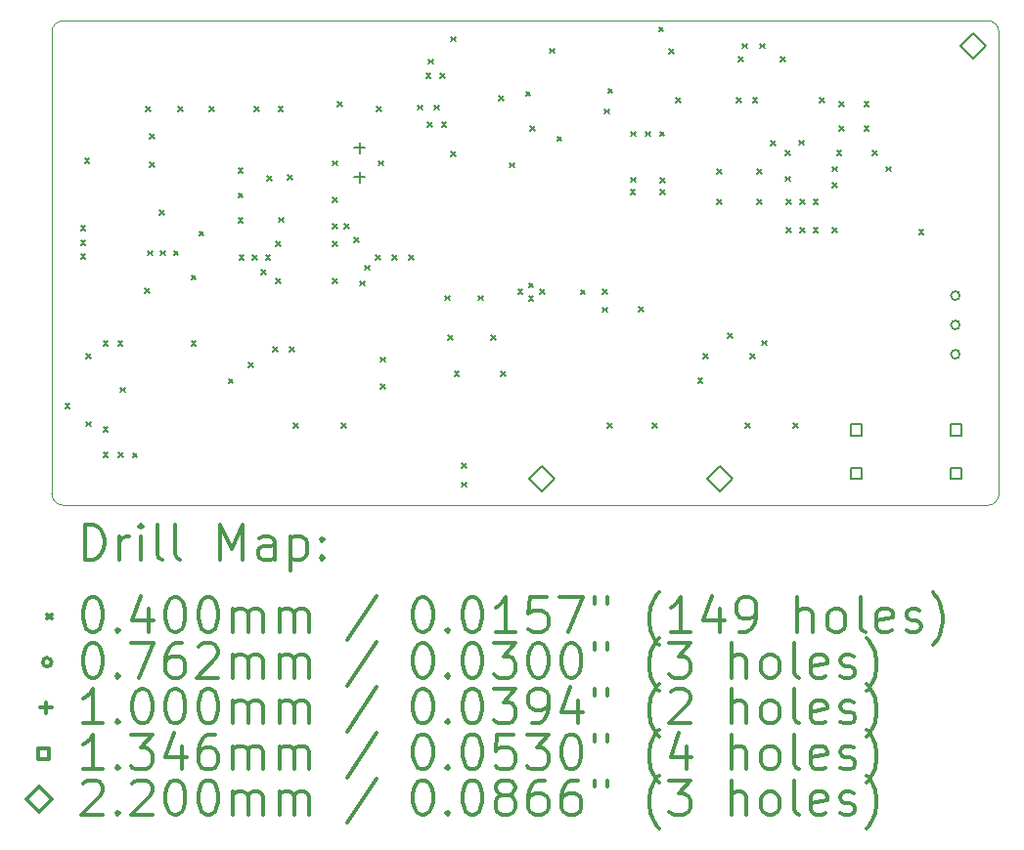
<source format=gbr>
%FSLAX45Y45*%
G04 Gerber Fmt 4.5, Leading zero omitted, Abs format (unit mm)*
G04 Created by KiCad (PCBNEW 5.1.10-88a1d61d58~90~ubuntu20.04.1) date 2021-08-07 17:50:32*
%MOMM*%
%LPD*%
G01*
G04 APERTURE LIST*
%TA.AperFunction,Profile*%
%ADD10C,0.050000*%
%TD*%
%ADD11C,0.200000*%
%ADD12C,0.300000*%
G04 APERTURE END LIST*
D10*
X17200000Y-12100000D02*
G75*
G02*
X17100000Y-12200000I-100000J0D01*
G01*
X9100000Y-12200000D02*
G75*
G02*
X9000000Y-12100000I0J100000D01*
G01*
X9000000Y-8100000D02*
X9000000Y-12100000D01*
X17200000Y-8100000D02*
X17200000Y-12100000D01*
X9000000Y-8100000D02*
G75*
G02*
X9100000Y-8000000I100000J0D01*
G01*
X9100000Y-8000000D02*
X17100000Y-8000000D01*
X17100000Y-8000000D02*
G75*
G02*
X17200000Y-8100000I0J-100000D01*
G01*
X17100000Y-12200000D02*
X9100000Y-12200000D01*
D11*
X9115000Y-11320000D02*
X9155000Y-11360000D01*
X9155000Y-11320000D02*
X9115000Y-11360000D01*
X9250492Y-9780844D02*
X9290492Y-9820844D01*
X9290492Y-9780844D02*
X9250492Y-9820844D01*
X9250492Y-9902891D02*
X9290492Y-9942891D01*
X9290492Y-9902891D02*
X9250492Y-9942891D01*
X9250492Y-10024938D02*
X9290492Y-10064938D01*
X9290492Y-10024938D02*
X9250492Y-10064938D01*
X9285000Y-9195000D02*
X9325000Y-9235000D01*
X9325000Y-9195000D02*
X9285000Y-9235000D01*
X9300000Y-10885000D02*
X9340000Y-10925000D01*
X9340000Y-10885000D02*
X9300000Y-10925000D01*
X9300000Y-11475000D02*
X9340000Y-11515000D01*
X9340000Y-11475000D02*
X9300000Y-11515000D01*
X9445000Y-10775000D02*
X9485000Y-10815000D01*
X9485000Y-10775000D02*
X9445000Y-10815000D01*
X9445500Y-11524500D02*
X9485500Y-11564500D01*
X9485500Y-11524500D02*
X9445500Y-11564500D01*
X9445500Y-11744500D02*
X9485500Y-11784500D01*
X9485500Y-11744500D02*
X9445500Y-11784500D01*
X9573580Y-10775000D02*
X9613580Y-10815000D01*
X9613580Y-10775000D02*
X9573580Y-10815000D01*
X9575000Y-11745000D02*
X9615000Y-11785000D01*
X9615000Y-11745000D02*
X9575000Y-11785000D01*
X9593138Y-11179622D02*
X9633138Y-11219622D01*
X9633138Y-11179622D02*
X9593138Y-11219622D01*
X9699500Y-11745500D02*
X9739500Y-11785500D01*
X9739500Y-11745500D02*
X9699500Y-11785500D01*
X9805000Y-10320000D02*
X9845000Y-10360000D01*
X9845000Y-10320000D02*
X9805000Y-10360000D01*
X9814396Y-8744500D02*
X9854396Y-8784500D01*
X9854396Y-8744500D02*
X9814396Y-8784500D01*
X9828850Y-9993950D02*
X9868850Y-10033950D01*
X9868850Y-9993950D02*
X9828850Y-10033950D01*
X9845000Y-8985000D02*
X9885000Y-9025000D01*
X9885000Y-8985000D02*
X9845000Y-9025000D01*
X9845000Y-9230000D02*
X9885000Y-9270000D01*
X9885000Y-9230000D02*
X9845000Y-9270000D01*
X9930000Y-9640000D02*
X9970000Y-9680000D01*
X9970000Y-9640000D02*
X9930000Y-9680000D01*
X9942134Y-9993950D02*
X9982134Y-10033950D01*
X9982134Y-9993950D02*
X9942134Y-10033950D01*
X10055418Y-9993950D02*
X10095418Y-10033950D01*
X10095418Y-9993950D02*
X10055418Y-10033950D01*
X10090500Y-8744500D02*
X10130500Y-8784500D01*
X10130500Y-8744500D02*
X10090500Y-8784500D01*
X10207310Y-10776778D02*
X10247310Y-10816778D01*
X10247310Y-10776778D02*
X10207310Y-10816778D01*
X10207564Y-10205278D02*
X10247564Y-10245278D01*
X10247564Y-10205278D02*
X10207564Y-10245278D01*
X10275000Y-9825000D02*
X10315000Y-9865000D01*
X10315000Y-9825000D02*
X10275000Y-9865000D01*
X10365068Y-8744500D02*
X10405068Y-8784500D01*
X10405068Y-8744500D02*
X10365068Y-8784500D01*
X10530000Y-11102914D02*
X10570000Y-11142914D01*
X10570000Y-11102914D02*
X10530000Y-11142914D01*
X10615000Y-9278432D02*
X10655000Y-9318432D01*
X10655000Y-9278432D02*
X10615000Y-9318432D01*
X10615000Y-9495000D02*
X10655000Y-9535000D01*
X10655000Y-9495000D02*
X10615000Y-9535000D01*
X10615000Y-9711568D02*
X10655000Y-9751568D01*
X10655000Y-9711568D02*
X10615000Y-9751568D01*
X10622854Y-10029510D02*
X10662854Y-10069510D01*
X10662854Y-10029510D02*
X10622854Y-10069510D01*
X10702356Y-10960166D02*
X10742356Y-11000166D01*
X10742356Y-10960166D02*
X10702356Y-11000166D01*
X10737535Y-10030265D02*
X10777535Y-10070265D01*
X10777535Y-10030265D02*
X10737535Y-10070265D01*
X10755500Y-8744500D02*
X10795500Y-8784500D01*
X10795500Y-8744500D02*
X10755500Y-8784500D01*
X10813100Y-10160320D02*
X10853100Y-10200320D01*
X10853100Y-10160320D02*
X10813100Y-10200320D01*
X10852216Y-10031034D02*
X10892216Y-10071034D01*
X10892216Y-10031034D02*
X10852216Y-10071034D01*
X10865000Y-9345000D02*
X10905000Y-9385000D01*
X10905000Y-9345000D02*
X10865000Y-9385000D01*
X10914954Y-10830372D02*
X10954954Y-10870372D01*
X10954954Y-10830372D02*
X10914954Y-10870372D01*
X10940608Y-9910384D02*
X10980608Y-9950384D01*
X10980608Y-9910384D02*
X10940608Y-9950384D01*
X10940608Y-10235504D02*
X10980608Y-10275504D01*
X10980608Y-10235504D02*
X10940608Y-10275504D01*
X10960500Y-8744500D02*
X11000500Y-8784500D01*
X11000500Y-8744500D02*
X10960500Y-8784500D01*
X10965000Y-9705000D02*
X11005000Y-9745000D01*
X11005000Y-9705000D02*
X10965000Y-9745000D01*
X11040000Y-9340000D02*
X11080000Y-9380000D01*
X11080000Y-9340000D02*
X11040000Y-9380000D01*
X11060750Y-10830372D02*
X11100750Y-10870372D01*
X11100750Y-10830372D02*
X11060750Y-10870372D01*
X11095000Y-11490000D02*
X11135000Y-11530000D01*
X11135000Y-11490000D02*
X11095000Y-11530000D01*
X11430000Y-9535000D02*
X11470000Y-9575000D01*
X11470000Y-9535000D02*
X11430000Y-9575000D01*
X11430000Y-9760000D02*
X11470000Y-9800000D01*
X11470000Y-9760000D02*
X11430000Y-9800000D01*
X11430320Y-9215440D02*
X11470320Y-9255440D01*
X11470320Y-9215440D02*
X11430320Y-9255440D01*
X11430320Y-9911400D02*
X11470320Y-9951400D01*
X11470320Y-9911400D02*
X11430320Y-9951400D01*
X11430320Y-10236520D02*
X11470320Y-10276520D01*
X11470320Y-10236520D02*
X11430320Y-10276520D01*
X11472738Y-8700328D02*
X11512738Y-8740328D01*
X11512738Y-8700328D02*
X11472738Y-8740328D01*
X11508552Y-11489248D02*
X11548552Y-11529248D01*
X11548552Y-11489248D02*
X11508552Y-11529248D01*
X11535000Y-9762270D02*
X11575000Y-9802270D01*
X11575000Y-9762270D02*
X11535000Y-9802270D01*
X11614470Y-9880920D02*
X11654470Y-9920920D01*
X11654470Y-9880920D02*
X11614470Y-9920920D01*
X11671366Y-10257348D02*
X11711366Y-10297348D01*
X11711366Y-10257348D02*
X11671366Y-10297348D01*
X11707942Y-10120188D02*
X11747942Y-10160188D01*
X11747942Y-10120188D02*
X11707942Y-10160188D01*
X11803446Y-10031288D02*
X11843446Y-10071288D01*
X11843446Y-10031288D02*
X11803446Y-10071288D01*
X11811914Y-8744864D02*
X11851914Y-8784864D01*
X11851914Y-8744864D02*
X11811914Y-8784864D01*
X11827200Y-9214800D02*
X11867200Y-9254800D01*
X11867200Y-9214800D02*
X11827200Y-9254800D01*
X11844086Y-11150158D02*
X11884086Y-11190158D01*
X11884086Y-11150158D02*
X11844086Y-11190158D01*
X11844594Y-10916732D02*
X11884594Y-10956732D01*
X11884594Y-10916732D02*
X11844594Y-10956732D01*
X11948988Y-10031288D02*
X11988988Y-10071288D01*
X11988988Y-10031288D02*
X11948988Y-10071288D01*
X12094530Y-10031288D02*
X12134530Y-10071288D01*
X12134530Y-10031288D02*
X12094530Y-10071288D01*
X12166920Y-8732840D02*
X12206920Y-8772840D01*
X12206920Y-8732840D02*
X12166920Y-8772840D01*
X12240580Y-8458520D02*
X12280580Y-8498520D01*
X12280580Y-8458520D02*
X12240580Y-8498520D01*
X12254296Y-8878636D02*
X12294296Y-8918636D01*
X12294296Y-8878636D02*
X12254296Y-8918636D01*
X12260000Y-8335000D02*
X12300000Y-8375000D01*
X12300000Y-8335000D02*
X12260000Y-8375000D01*
X12314240Y-8732840D02*
X12354240Y-8772840D01*
X12354240Y-8732840D02*
X12314240Y-8772840D01*
X12365040Y-8458520D02*
X12405040Y-8498520D01*
X12405040Y-8458520D02*
X12365040Y-8498520D01*
X12375708Y-8879144D02*
X12415708Y-8919144D01*
X12415708Y-8879144D02*
X12375708Y-8919144D01*
X12407500Y-10382500D02*
X12447500Y-10422500D01*
X12447500Y-10382500D02*
X12407500Y-10422500D01*
X12432138Y-10727016D02*
X12472138Y-10767016D01*
X12472138Y-10727016D02*
X12432138Y-10767016D01*
X12452670Y-9134414D02*
X12492670Y-9174414D01*
X12492670Y-9134414D02*
X12452670Y-9174414D01*
X12455000Y-8140000D02*
X12495000Y-8180000D01*
X12495000Y-8140000D02*
X12455000Y-8180000D01*
X12486316Y-11039922D02*
X12526316Y-11079922D01*
X12526316Y-11039922D02*
X12486316Y-11079922D01*
X12547412Y-11835704D02*
X12587412Y-11875704D01*
X12587412Y-11835704D02*
X12547412Y-11875704D01*
X12547412Y-12000804D02*
X12587412Y-12040804D01*
X12587412Y-12000804D02*
X12547412Y-12040804D01*
X12690000Y-10382500D02*
X12730000Y-10422500D01*
X12730000Y-10382500D02*
X12690000Y-10422500D01*
X12804638Y-10727016D02*
X12844638Y-10767016D01*
X12844638Y-10727016D02*
X12804638Y-10767016D01*
X12867960Y-8651560D02*
X12907960Y-8691560D01*
X12907960Y-8651560D02*
X12867960Y-8691560D01*
X12886502Y-11039922D02*
X12926502Y-11079922D01*
X12926502Y-11039922D02*
X12886502Y-11079922D01*
X12964988Y-9230934D02*
X13004988Y-9270934D01*
X13004988Y-9230934D02*
X12964988Y-9270934D01*
X13035000Y-10330000D02*
X13075000Y-10370000D01*
X13075000Y-10330000D02*
X13035000Y-10370000D01*
X13103164Y-8614222D02*
X13143164Y-8654222D01*
X13143164Y-8614222D02*
X13103164Y-8654222D01*
X13130000Y-10272500D02*
X13170000Y-10312500D01*
X13170000Y-10272500D02*
X13130000Y-10312500D01*
X13130000Y-10387500D02*
X13170000Y-10427500D01*
X13170000Y-10387500D02*
X13130000Y-10427500D01*
X13140000Y-8915000D02*
X13180000Y-8955000D01*
X13180000Y-8915000D02*
X13140000Y-8955000D01*
X13225000Y-10330000D02*
X13265000Y-10370000D01*
X13265000Y-10330000D02*
X13225000Y-10370000D01*
X13309920Y-8240080D02*
X13349920Y-8280080D01*
X13349920Y-8240080D02*
X13309920Y-8280080D01*
X13375000Y-9004310D02*
X13415000Y-9044310D01*
X13415000Y-9004310D02*
X13375000Y-9044310D01*
X13577890Y-10331516D02*
X13617890Y-10371516D01*
X13617890Y-10331516D02*
X13577890Y-10371516D01*
X13766358Y-10325674D02*
X13806358Y-10365674D01*
X13806358Y-10325674D02*
X13766358Y-10365674D01*
X13766866Y-10485334D02*
X13806866Y-10525334D01*
X13806866Y-10485334D02*
X13766866Y-10525334D01*
X13782204Y-8765000D02*
X13822204Y-8805000D01*
X13822204Y-8765000D02*
X13782204Y-8805000D01*
X13812078Y-11489756D02*
X13852078Y-11529756D01*
X13852078Y-11489756D02*
X13812078Y-11529756D01*
X13813856Y-8589330D02*
X13853856Y-8629330D01*
X13853856Y-8589330D02*
X13813856Y-8629330D01*
X14009944Y-9467154D02*
X14049944Y-9507154D01*
X14049944Y-9467154D02*
X14009944Y-9507154D01*
X14010706Y-8961440D02*
X14050706Y-9001440D01*
X14050706Y-8961440D02*
X14010706Y-9001440D01*
X14011214Y-9359458D02*
X14051214Y-9399458D01*
X14051214Y-9359458D02*
X14011214Y-9399458D01*
X14080000Y-10480000D02*
X14120000Y-10520000D01*
X14120000Y-10480000D02*
X14080000Y-10520000D01*
X14137579Y-8961694D02*
X14177579Y-9001694D01*
X14177579Y-8961694D02*
X14137579Y-9001694D01*
X14201968Y-11489756D02*
X14241968Y-11529756D01*
X14241968Y-11489756D02*
X14201968Y-11529756D01*
X14254800Y-8055422D02*
X14294800Y-8095422D01*
X14294800Y-8055422D02*
X14254800Y-8095422D01*
X14264452Y-8961186D02*
X14304452Y-9001186D01*
X14304452Y-8961186D02*
X14264452Y-9001186D01*
X14265214Y-9360220D02*
X14305214Y-9400220D01*
X14305214Y-9360220D02*
X14265214Y-9400220D01*
X14265214Y-9467154D02*
X14305214Y-9507154D01*
X14305214Y-9467154D02*
X14265214Y-9507154D01*
X14341414Y-8243382D02*
X14381414Y-8283382D01*
X14381414Y-8243382D02*
X14341414Y-8283382D01*
X14400088Y-8667562D02*
X14440088Y-8707562D01*
X14440088Y-8667562D02*
X14400088Y-8707562D01*
X14592874Y-11099612D02*
X14632874Y-11139612D01*
X14632874Y-11099612D02*
X14592874Y-11139612D01*
X14639610Y-10885236D02*
X14679610Y-10925236D01*
X14679610Y-10885236D02*
X14639610Y-10925236D01*
X14756450Y-9287830D02*
X14796450Y-9327830D01*
X14796450Y-9287830D02*
X14756450Y-9327830D01*
X14756450Y-9550720D02*
X14796450Y-9590720D01*
X14796450Y-9550720D02*
X14756450Y-9590720D01*
X14854494Y-10710992D02*
X14894494Y-10750992D01*
X14894494Y-10710992D02*
X14854494Y-10750992D01*
X14930948Y-8667562D02*
X14970948Y-8707562D01*
X14970948Y-8667562D02*
X14930948Y-8707562D01*
X14945426Y-8310692D02*
X14985426Y-8350692D01*
X14985426Y-8310692D02*
X14945426Y-8350692D01*
X14978954Y-8198468D02*
X15018954Y-8238468D01*
X15018954Y-8198468D02*
X14978954Y-8238468D01*
X15001814Y-11490264D02*
X15041814Y-11530264D01*
X15041814Y-11490264D02*
X15001814Y-11530264D01*
X15045248Y-10884982D02*
X15085248Y-10924982D01*
X15085248Y-10884982D02*
X15045248Y-10924982D01*
X15068362Y-8667562D02*
X15108362Y-8707562D01*
X15108362Y-8667562D02*
X15068362Y-8707562D01*
X15108240Y-9287830D02*
X15148240Y-9327830D01*
X15148240Y-9287830D02*
X15108240Y-9327830D01*
X15108240Y-9550720D02*
X15148240Y-9590720D01*
X15148240Y-9550720D02*
X15108240Y-9590720D01*
X15134103Y-8198468D02*
X15174103Y-8238468D01*
X15174103Y-8198468D02*
X15134103Y-8238468D01*
X15147972Y-10773538D02*
X15187972Y-10813538D01*
X15187972Y-10773538D02*
X15147972Y-10813538D01*
X15147972Y-10773538D02*
X15187972Y-10813538D01*
X15187972Y-10773538D02*
X15147972Y-10813538D01*
X15224318Y-9038352D02*
X15264318Y-9078352D01*
X15264318Y-9038352D02*
X15224318Y-9078352D01*
X15311948Y-8310692D02*
X15351948Y-8350692D01*
X15351948Y-8310692D02*
X15311948Y-8350692D01*
X15349794Y-9123492D02*
X15389794Y-9163492D01*
X15389794Y-9123492D02*
X15349794Y-9163492D01*
X15349794Y-9350568D02*
X15389794Y-9390568D01*
X15389794Y-9350568D02*
X15349794Y-9390568D01*
X15360716Y-9550720D02*
X15400716Y-9590720D01*
X15400716Y-9550720D02*
X15360716Y-9590720D01*
X15361478Y-9793544D02*
X15401478Y-9833544D01*
X15401478Y-9793544D02*
X15361478Y-9833544D01*
X15416596Y-11490264D02*
X15456596Y-11530264D01*
X15456596Y-11490264D02*
X15416596Y-11530264D01*
X15470952Y-9037590D02*
X15510952Y-9077590D01*
X15510952Y-9037590D02*
X15470952Y-9077590D01*
X15476794Y-9550720D02*
X15516794Y-9590720D01*
X15516794Y-9550720D02*
X15476794Y-9590720D01*
X15476794Y-9793544D02*
X15516794Y-9833544D01*
X15516794Y-9793544D02*
X15476794Y-9833544D01*
X15592872Y-9550720D02*
X15632872Y-9590720D01*
X15632872Y-9550720D02*
X15592872Y-9590720D01*
X15592872Y-9793544D02*
X15632872Y-9833544D01*
X15632872Y-9793544D02*
X15592872Y-9833544D01*
X15648498Y-8667562D02*
X15688498Y-8707562D01*
X15688498Y-8667562D02*
X15648498Y-8707562D01*
X15757718Y-9266240D02*
X15797718Y-9306240D01*
X15797718Y-9266240D02*
X15757718Y-9306240D01*
X15757718Y-9404924D02*
X15797718Y-9444924D01*
X15797718Y-9404924D02*
X15757718Y-9444924D01*
X15757972Y-9793544D02*
X15797972Y-9833544D01*
X15797972Y-9793544D02*
X15757972Y-9833544D01*
X15795818Y-9123492D02*
X15835818Y-9163492D01*
X15835818Y-9123492D02*
X15795818Y-9163492D01*
X15816138Y-8915380D02*
X15856138Y-8955380D01*
X15856138Y-8915380D02*
X15816138Y-8955380D01*
X15816392Y-8705154D02*
X15856392Y-8745154D01*
X15856392Y-8705154D02*
X15816392Y-8745154D01*
X16033816Y-8705154D02*
X16073816Y-8745154D01*
X16073816Y-8705154D02*
X16033816Y-8745154D01*
X16033816Y-8915380D02*
X16073816Y-8955380D01*
X16073816Y-8915380D02*
X16033816Y-8955380D01*
X16103158Y-9123492D02*
X16143158Y-9163492D01*
X16143158Y-9123492D02*
X16103158Y-9163492D01*
X16223300Y-9266240D02*
X16263300Y-9306240D01*
X16263300Y-9266240D02*
X16223300Y-9306240D01*
X16507426Y-9811170D02*
X16547426Y-9851170D01*
X16547426Y-9811170D02*
X16507426Y-9851170D01*
X16859758Y-10382758D02*
G75*
G03*
X16859758Y-10382758I-38100J0D01*
G01*
X16859758Y-10636758D02*
G75*
G03*
X16859758Y-10636758I-38100J0D01*
G01*
X16859758Y-10890758D02*
G75*
G03*
X16859758Y-10890758I-38100J0D01*
G01*
X11663680Y-9053360D02*
X11663680Y-9153360D01*
X11613680Y-9103360D02*
X11713680Y-9103360D01*
X11663680Y-9307360D02*
X11663680Y-9407360D01*
X11613680Y-9357360D02*
X11713680Y-9357360D01*
X16013589Y-11593761D02*
X16013589Y-11498583D01*
X15918411Y-11498583D01*
X15918411Y-11593761D01*
X16013589Y-11593761D01*
X16013589Y-11973761D02*
X16013589Y-11878583D01*
X15918411Y-11878583D01*
X15918411Y-11973761D01*
X16013589Y-11973761D01*
X16877589Y-11593761D02*
X16877589Y-11498583D01*
X16782411Y-11498583D01*
X16782411Y-11593761D01*
X16877589Y-11593761D01*
X16877589Y-11973761D02*
X16877589Y-11878583D01*
X16782411Y-11878583D01*
X16782411Y-11973761D01*
X16877589Y-11973761D01*
X13242290Y-12075940D02*
X13352290Y-11965940D01*
X13242290Y-11855940D01*
X13132290Y-11965940D01*
X13242290Y-12075940D01*
X14780260Y-12075940D02*
X14890260Y-11965940D01*
X14780260Y-11855940D01*
X14670260Y-11965940D01*
X14780260Y-12075940D01*
X16976598Y-8327916D02*
X17086598Y-8217916D01*
X16976598Y-8107916D01*
X16866598Y-8217916D01*
X16976598Y-8327916D01*
D12*
X9283928Y-12668214D02*
X9283928Y-12368214D01*
X9355357Y-12368214D01*
X9398214Y-12382500D01*
X9426786Y-12411071D01*
X9441071Y-12439643D01*
X9455357Y-12496786D01*
X9455357Y-12539643D01*
X9441071Y-12596786D01*
X9426786Y-12625357D01*
X9398214Y-12653929D01*
X9355357Y-12668214D01*
X9283928Y-12668214D01*
X9583928Y-12668214D02*
X9583928Y-12468214D01*
X9583928Y-12525357D02*
X9598214Y-12496786D01*
X9612500Y-12482500D01*
X9641071Y-12468214D01*
X9669643Y-12468214D01*
X9769643Y-12668214D02*
X9769643Y-12468214D01*
X9769643Y-12368214D02*
X9755357Y-12382500D01*
X9769643Y-12396786D01*
X9783928Y-12382500D01*
X9769643Y-12368214D01*
X9769643Y-12396786D01*
X9955357Y-12668214D02*
X9926786Y-12653929D01*
X9912500Y-12625357D01*
X9912500Y-12368214D01*
X10112500Y-12668214D02*
X10083928Y-12653929D01*
X10069643Y-12625357D01*
X10069643Y-12368214D01*
X10455357Y-12668214D02*
X10455357Y-12368214D01*
X10555357Y-12582500D01*
X10655357Y-12368214D01*
X10655357Y-12668214D01*
X10926786Y-12668214D02*
X10926786Y-12511071D01*
X10912500Y-12482500D01*
X10883928Y-12468214D01*
X10826786Y-12468214D01*
X10798214Y-12482500D01*
X10926786Y-12653929D02*
X10898214Y-12668214D01*
X10826786Y-12668214D01*
X10798214Y-12653929D01*
X10783928Y-12625357D01*
X10783928Y-12596786D01*
X10798214Y-12568214D01*
X10826786Y-12553929D01*
X10898214Y-12553929D01*
X10926786Y-12539643D01*
X11069643Y-12468214D02*
X11069643Y-12768214D01*
X11069643Y-12482500D02*
X11098214Y-12468214D01*
X11155357Y-12468214D01*
X11183928Y-12482500D01*
X11198214Y-12496786D01*
X11212500Y-12525357D01*
X11212500Y-12611071D01*
X11198214Y-12639643D01*
X11183928Y-12653929D01*
X11155357Y-12668214D01*
X11098214Y-12668214D01*
X11069643Y-12653929D01*
X11341071Y-12639643D02*
X11355357Y-12653929D01*
X11341071Y-12668214D01*
X11326786Y-12653929D01*
X11341071Y-12639643D01*
X11341071Y-12668214D01*
X11341071Y-12482500D02*
X11355357Y-12496786D01*
X11341071Y-12511071D01*
X11326786Y-12496786D01*
X11341071Y-12482500D01*
X11341071Y-12511071D01*
X8957500Y-13142500D02*
X8997500Y-13182500D01*
X8997500Y-13142500D02*
X8957500Y-13182500D01*
X9341071Y-12998214D02*
X9369643Y-12998214D01*
X9398214Y-13012500D01*
X9412500Y-13026786D01*
X9426786Y-13055357D01*
X9441071Y-13112500D01*
X9441071Y-13183929D01*
X9426786Y-13241071D01*
X9412500Y-13269643D01*
X9398214Y-13283929D01*
X9369643Y-13298214D01*
X9341071Y-13298214D01*
X9312500Y-13283929D01*
X9298214Y-13269643D01*
X9283928Y-13241071D01*
X9269643Y-13183929D01*
X9269643Y-13112500D01*
X9283928Y-13055357D01*
X9298214Y-13026786D01*
X9312500Y-13012500D01*
X9341071Y-12998214D01*
X9569643Y-13269643D02*
X9583928Y-13283929D01*
X9569643Y-13298214D01*
X9555357Y-13283929D01*
X9569643Y-13269643D01*
X9569643Y-13298214D01*
X9841071Y-13098214D02*
X9841071Y-13298214D01*
X9769643Y-12983929D02*
X9698214Y-13198214D01*
X9883928Y-13198214D01*
X10055357Y-12998214D02*
X10083928Y-12998214D01*
X10112500Y-13012500D01*
X10126786Y-13026786D01*
X10141071Y-13055357D01*
X10155357Y-13112500D01*
X10155357Y-13183929D01*
X10141071Y-13241071D01*
X10126786Y-13269643D01*
X10112500Y-13283929D01*
X10083928Y-13298214D01*
X10055357Y-13298214D01*
X10026786Y-13283929D01*
X10012500Y-13269643D01*
X9998214Y-13241071D01*
X9983928Y-13183929D01*
X9983928Y-13112500D01*
X9998214Y-13055357D01*
X10012500Y-13026786D01*
X10026786Y-13012500D01*
X10055357Y-12998214D01*
X10341071Y-12998214D02*
X10369643Y-12998214D01*
X10398214Y-13012500D01*
X10412500Y-13026786D01*
X10426786Y-13055357D01*
X10441071Y-13112500D01*
X10441071Y-13183929D01*
X10426786Y-13241071D01*
X10412500Y-13269643D01*
X10398214Y-13283929D01*
X10369643Y-13298214D01*
X10341071Y-13298214D01*
X10312500Y-13283929D01*
X10298214Y-13269643D01*
X10283928Y-13241071D01*
X10269643Y-13183929D01*
X10269643Y-13112500D01*
X10283928Y-13055357D01*
X10298214Y-13026786D01*
X10312500Y-13012500D01*
X10341071Y-12998214D01*
X10569643Y-13298214D02*
X10569643Y-13098214D01*
X10569643Y-13126786D02*
X10583928Y-13112500D01*
X10612500Y-13098214D01*
X10655357Y-13098214D01*
X10683928Y-13112500D01*
X10698214Y-13141071D01*
X10698214Y-13298214D01*
X10698214Y-13141071D02*
X10712500Y-13112500D01*
X10741071Y-13098214D01*
X10783928Y-13098214D01*
X10812500Y-13112500D01*
X10826786Y-13141071D01*
X10826786Y-13298214D01*
X10969643Y-13298214D02*
X10969643Y-13098214D01*
X10969643Y-13126786D02*
X10983928Y-13112500D01*
X11012500Y-13098214D01*
X11055357Y-13098214D01*
X11083928Y-13112500D01*
X11098214Y-13141071D01*
X11098214Y-13298214D01*
X11098214Y-13141071D02*
X11112500Y-13112500D01*
X11141071Y-13098214D01*
X11183928Y-13098214D01*
X11212500Y-13112500D01*
X11226786Y-13141071D01*
X11226786Y-13298214D01*
X11812500Y-12983929D02*
X11555357Y-13369643D01*
X12198214Y-12998214D02*
X12226786Y-12998214D01*
X12255357Y-13012500D01*
X12269643Y-13026786D01*
X12283928Y-13055357D01*
X12298214Y-13112500D01*
X12298214Y-13183929D01*
X12283928Y-13241071D01*
X12269643Y-13269643D01*
X12255357Y-13283929D01*
X12226786Y-13298214D01*
X12198214Y-13298214D01*
X12169643Y-13283929D01*
X12155357Y-13269643D01*
X12141071Y-13241071D01*
X12126786Y-13183929D01*
X12126786Y-13112500D01*
X12141071Y-13055357D01*
X12155357Y-13026786D01*
X12169643Y-13012500D01*
X12198214Y-12998214D01*
X12426786Y-13269643D02*
X12441071Y-13283929D01*
X12426786Y-13298214D01*
X12412500Y-13283929D01*
X12426786Y-13269643D01*
X12426786Y-13298214D01*
X12626786Y-12998214D02*
X12655357Y-12998214D01*
X12683928Y-13012500D01*
X12698214Y-13026786D01*
X12712500Y-13055357D01*
X12726786Y-13112500D01*
X12726786Y-13183929D01*
X12712500Y-13241071D01*
X12698214Y-13269643D01*
X12683928Y-13283929D01*
X12655357Y-13298214D01*
X12626786Y-13298214D01*
X12598214Y-13283929D01*
X12583928Y-13269643D01*
X12569643Y-13241071D01*
X12555357Y-13183929D01*
X12555357Y-13112500D01*
X12569643Y-13055357D01*
X12583928Y-13026786D01*
X12598214Y-13012500D01*
X12626786Y-12998214D01*
X13012500Y-13298214D02*
X12841071Y-13298214D01*
X12926786Y-13298214D02*
X12926786Y-12998214D01*
X12898214Y-13041071D01*
X12869643Y-13069643D01*
X12841071Y-13083929D01*
X13283928Y-12998214D02*
X13141071Y-12998214D01*
X13126786Y-13141071D01*
X13141071Y-13126786D01*
X13169643Y-13112500D01*
X13241071Y-13112500D01*
X13269643Y-13126786D01*
X13283928Y-13141071D01*
X13298214Y-13169643D01*
X13298214Y-13241071D01*
X13283928Y-13269643D01*
X13269643Y-13283929D01*
X13241071Y-13298214D01*
X13169643Y-13298214D01*
X13141071Y-13283929D01*
X13126786Y-13269643D01*
X13398214Y-12998214D02*
X13598214Y-12998214D01*
X13469643Y-13298214D01*
X13698214Y-12998214D02*
X13698214Y-13055357D01*
X13812500Y-12998214D02*
X13812500Y-13055357D01*
X14255357Y-13412500D02*
X14241071Y-13398214D01*
X14212500Y-13355357D01*
X14198214Y-13326786D01*
X14183928Y-13283929D01*
X14169643Y-13212500D01*
X14169643Y-13155357D01*
X14183928Y-13083929D01*
X14198214Y-13041071D01*
X14212500Y-13012500D01*
X14241071Y-12969643D01*
X14255357Y-12955357D01*
X14526786Y-13298214D02*
X14355357Y-13298214D01*
X14441071Y-13298214D02*
X14441071Y-12998214D01*
X14412500Y-13041071D01*
X14383928Y-13069643D01*
X14355357Y-13083929D01*
X14783928Y-13098214D02*
X14783928Y-13298214D01*
X14712500Y-12983929D02*
X14641071Y-13198214D01*
X14826786Y-13198214D01*
X14955357Y-13298214D02*
X15012500Y-13298214D01*
X15041071Y-13283929D01*
X15055357Y-13269643D01*
X15083928Y-13226786D01*
X15098214Y-13169643D01*
X15098214Y-13055357D01*
X15083928Y-13026786D01*
X15069643Y-13012500D01*
X15041071Y-12998214D01*
X14983928Y-12998214D01*
X14955357Y-13012500D01*
X14941071Y-13026786D01*
X14926786Y-13055357D01*
X14926786Y-13126786D01*
X14941071Y-13155357D01*
X14955357Y-13169643D01*
X14983928Y-13183929D01*
X15041071Y-13183929D01*
X15069643Y-13169643D01*
X15083928Y-13155357D01*
X15098214Y-13126786D01*
X15455357Y-13298214D02*
X15455357Y-12998214D01*
X15583928Y-13298214D02*
X15583928Y-13141071D01*
X15569643Y-13112500D01*
X15541071Y-13098214D01*
X15498214Y-13098214D01*
X15469643Y-13112500D01*
X15455357Y-13126786D01*
X15769643Y-13298214D02*
X15741071Y-13283929D01*
X15726786Y-13269643D01*
X15712500Y-13241071D01*
X15712500Y-13155357D01*
X15726786Y-13126786D01*
X15741071Y-13112500D01*
X15769643Y-13098214D01*
X15812500Y-13098214D01*
X15841071Y-13112500D01*
X15855357Y-13126786D01*
X15869643Y-13155357D01*
X15869643Y-13241071D01*
X15855357Y-13269643D01*
X15841071Y-13283929D01*
X15812500Y-13298214D01*
X15769643Y-13298214D01*
X16041071Y-13298214D02*
X16012500Y-13283929D01*
X15998214Y-13255357D01*
X15998214Y-12998214D01*
X16269643Y-13283929D02*
X16241071Y-13298214D01*
X16183928Y-13298214D01*
X16155357Y-13283929D01*
X16141071Y-13255357D01*
X16141071Y-13141071D01*
X16155357Y-13112500D01*
X16183928Y-13098214D01*
X16241071Y-13098214D01*
X16269643Y-13112500D01*
X16283928Y-13141071D01*
X16283928Y-13169643D01*
X16141071Y-13198214D01*
X16398214Y-13283929D02*
X16426786Y-13298214D01*
X16483928Y-13298214D01*
X16512500Y-13283929D01*
X16526786Y-13255357D01*
X16526786Y-13241071D01*
X16512500Y-13212500D01*
X16483928Y-13198214D01*
X16441071Y-13198214D01*
X16412500Y-13183929D01*
X16398214Y-13155357D01*
X16398214Y-13141071D01*
X16412500Y-13112500D01*
X16441071Y-13098214D01*
X16483928Y-13098214D01*
X16512500Y-13112500D01*
X16626786Y-13412500D02*
X16641071Y-13398214D01*
X16669643Y-13355357D01*
X16683928Y-13326786D01*
X16698214Y-13283929D01*
X16712500Y-13212500D01*
X16712500Y-13155357D01*
X16698214Y-13083929D01*
X16683928Y-13041071D01*
X16669643Y-13012500D01*
X16641071Y-12969643D01*
X16626786Y-12955357D01*
X8997500Y-13558500D02*
G75*
G03*
X8997500Y-13558500I-38100J0D01*
G01*
X9341071Y-13394214D02*
X9369643Y-13394214D01*
X9398214Y-13408500D01*
X9412500Y-13422786D01*
X9426786Y-13451357D01*
X9441071Y-13508500D01*
X9441071Y-13579929D01*
X9426786Y-13637071D01*
X9412500Y-13665643D01*
X9398214Y-13679929D01*
X9369643Y-13694214D01*
X9341071Y-13694214D01*
X9312500Y-13679929D01*
X9298214Y-13665643D01*
X9283928Y-13637071D01*
X9269643Y-13579929D01*
X9269643Y-13508500D01*
X9283928Y-13451357D01*
X9298214Y-13422786D01*
X9312500Y-13408500D01*
X9341071Y-13394214D01*
X9569643Y-13665643D02*
X9583928Y-13679929D01*
X9569643Y-13694214D01*
X9555357Y-13679929D01*
X9569643Y-13665643D01*
X9569643Y-13694214D01*
X9683928Y-13394214D02*
X9883928Y-13394214D01*
X9755357Y-13694214D01*
X10126786Y-13394214D02*
X10069643Y-13394214D01*
X10041071Y-13408500D01*
X10026786Y-13422786D01*
X9998214Y-13465643D01*
X9983928Y-13522786D01*
X9983928Y-13637071D01*
X9998214Y-13665643D01*
X10012500Y-13679929D01*
X10041071Y-13694214D01*
X10098214Y-13694214D01*
X10126786Y-13679929D01*
X10141071Y-13665643D01*
X10155357Y-13637071D01*
X10155357Y-13565643D01*
X10141071Y-13537071D01*
X10126786Y-13522786D01*
X10098214Y-13508500D01*
X10041071Y-13508500D01*
X10012500Y-13522786D01*
X9998214Y-13537071D01*
X9983928Y-13565643D01*
X10269643Y-13422786D02*
X10283928Y-13408500D01*
X10312500Y-13394214D01*
X10383928Y-13394214D01*
X10412500Y-13408500D01*
X10426786Y-13422786D01*
X10441071Y-13451357D01*
X10441071Y-13479929D01*
X10426786Y-13522786D01*
X10255357Y-13694214D01*
X10441071Y-13694214D01*
X10569643Y-13694214D02*
X10569643Y-13494214D01*
X10569643Y-13522786D02*
X10583928Y-13508500D01*
X10612500Y-13494214D01*
X10655357Y-13494214D01*
X10683928Y-13508500D01*
X10698214Y-13537071D01*
X10698214Y-13694214D01*
X10698214Y-13537071D02*
X10712500Y-13508500D01*
X10741071Y-13494214D01*
X10783928Y-13494214D01*
X10812500Y-13508500D01*
X10826786Y-13537071D01*
X10826786Y-13694214D01*
X10969643Y-13694214D02*
X10969643Y-13494214D01*
X10969643Y-13522786D02*
X10983928Y-13508500D01*
X11012500Y-13494214D01*
X11055357Y-13494214D01*
X11083928Y-13508500D01*
X11098214Y-13537071D01*
X11098214Y-13694214D01*
X11098214Y-13537071D02*
X11112500Y-13508500D01*
X11141071Y-13494214D01*
X11183928Y-13494214D01*
X11212500Y-13508500D01*
X11226786Y-13537071D01*
X11226786Y-13694214D01*
X11812500Y-13379929D02*
X11555357Y-13765643D01*
X12198214Y-13394214D02*
X12226786Y-13394214D01*
X12255357Y-13408500D01*
X12269643Y-13422786D01*
X12283928Y-13451357D01*
X12298214Y-13508500D01*
X12298214Y-13579929D01*
X12283928Y-13637071D01*
X12269643Y-13665643D01*
X12255357Y-13679929D01*
X12226786Y-13694214D01*
X12198214Y-13694214D01*
X12169643Y-13679929D01*
X12155357Y-13665643D01*
X12141071Y-13637071D01*
X12126786Y-13579929D01*
X12126786Y-13508500D01*
X12141071Y-13451357D01*
X12155357Y-13422786D01*
X12169643Y-13408500D01*
X12198214Y-13394214D01*
X12426786Y-13665643D02*
X12441071Y-13679929D01*
X12426786Y-13694214D01*
X12412500Y-13679929D01*
X12426786Y-13665643D01*
X12426786Y-13694214D01*
X12626786Y-13394214D02*
X12655357Y-13394214D01*
X12683928Y-13408500D01*
X12698214Y-13422786D01*
X12712500Y-13451357D01*
X12726786Y-13508500D01*
X12726786Y-13579929D01*
X12712500Y-13637071D01*
X12698214Y-13665643D01*
X12683928Y-13679929D01*
X12655357Y-13694214D01*
X12626786Y-13694214D01*
X12598214Y-13679929D01*
X12583928Y-13665643D01*
X12569643Y-13637071D01*
X12555357Y-13579929D01*
X12555357Y-13508500D01*
X12569643Y-13451357D01*
X12583928Y-13422786D01*
X12598214Y-13408500D01*
X12626786Y-13394214D01*
X12826786Y-13394214D02*
X13012500Y-13394214D01*
X12912500Y-13508500D01*
X12955357Y-13508500D01*
X12983928Y-13522786D01*
X12998214Y-13537071D01*
X13012500Y-13565643D01*
X13012500Y-13637071D01*
X12998214Y-13665643D01*
X12983928Y-13679929D01*
X12955357Y-13694214D01*
X12869643Y-13694214D01*
X12841071Y-13679929D01*
X12826786Y-13665643D01*
X13198214Y-13394214D02*
X13226786Y-13394214D01*
X13255357Y-13408500D01*
X13269643Y-13422786D01*
X13283928Y-13451357D01*
X13298214Y-13508500D01*
X13298214Y-13579929D01*
X13283928Y-13637071D01*
X13269643Y-13665643D01*
X13255357Y-13679929D01*
X13226786Y-13694214D01*
X13198214Y-13694214D01*
X13169643Y-13679929D01*
X13155357Y-13665643D01*
X13141071Y-13637071D01*
X13126786Y-13579929D01*
X13126786Y-13508500D01*
X13141071Y-13451357D01*
X13155357Y-13422786D01*
X13169643Y-13408500D01*
X13198214Y-13394214D01*
X13483928Y-13394214D02*
X13512500Y-13394214D01*
X13541071Y-13408500D01*
X13555357Y-13422786D01*
X13569643Y-13451357D01*
X13583928Y-13508500D01*
X13583928Y-13579929D01*
X13569643Y-13637071D01*
X13555357Y-13665643D01*
X13541071Y-13679929D01*
X13512500Y-13694214D01*
X13483928Y-13694214D01*
X13455357Y-13679929D01*
X13441071Y-13665643D01*
X13426786Y-13637071D01*
X13412500Y-13579929D01*
X13412500Y-13508500D01*
X13426786Y-13451357D01*
X13441071Y-13422786D01*
X13455357Y-13408500D01*
X13483928Y-13394214D01*
X13698214Y-13394214D02*
X13698214Y-13451357D01*
X13812500Y-13394214D02*
X13812500Y-13451357D01*
X14255357Y-13808500D02*
X14241071Y-13794214D01*
X14212500Y-13751357D01*
X14198214Y-13722786D01*
X14183928Y-13679929D01*
X14169643Y-13608500D01*
X14169643Y-13551357D01*
X14183928Y-13479929D01*
X14198214Y-13437071D01*
X14212500Y-13408500D01*
X14241071Y-13365643D01*
X14255357Y-13351357D01*
X14341071Y-13394214D02*
X14526786Y-13394214D01*
X14426786Y-13508500D01*
X14469643Y-13508500D01*
X14498214Y-13522786D01*
X14512500Y-13537071D01*
X14526786Y-13565643D01*
X14526786Y-13637071D01*
X14512500Y-13665643D01*
X14498214Y-13679929D01*
X14469643Y-13694214D01*
X14383928Y-13694214D01*
X14355357Y-13679929D01*
X14341071Y-13665643D01*
X14883928Y-13694214D02*
X14883928Y-13394214D01*
X15012500Y-13694214D02*
X15012500Y-13537071D01*
X14998214Y-13508500D01*
X14969643Y-13494214D01*
X14926786Y-13494214D01*
X14898214Y-13508500D01*
X14883928Y-13522786D01*
X15198214Y-13694214D02*
X15169643Y-13679929D01*
X15155357Y-13665643D01*
X15141071Y-13637071D01*
X15141071Y-13551357D01*
X15155357Y-13522786D01*
X15169643Y-13508500D01*
X15198214Y-13494214D01*
X15241071Y-13494214D01*
X15269643Y-13508500D01*
X15283928Y-13522786D01*
X15298214Y-13551357D01*
X15298214Y-13637071D01*
X15283928Y-13665643D01*
X15269643Y-13679929D01*
X15241071Y-13694214D01*
X15198214Y-13694214D01*
X15469643Y-13694214D02*
X15441071Y-13679929D01*
X15426786Y-13651357D01*
X15426786Y-13394214D01*
X15698214Y-13679929D02*
X15669643Y-13694214D01*
X15612500Y-13694214D01*
X15583928Y-13679929D01*
X15569643Y-13651357D01*
X15569643Y-13537071D01*
X15583928Y-13508500D01*
X15612500Y-13494214D01*
X15669643Y-13494214D01*
X15698214Y-13508500D01*
X15712500Y-13537071D01*
X15712500Y-13565643D01*
X15569643Y-13594214D01*
X15826786Y-13679929D02*
X15855357Y-13694214D01*
X15912500Y-13694214D01*
X15941071Y-13679929D01*
X15955357Y-13651357D01*
X15955357Y-13637071D01*
X15941071Y-13608500D01*
X15912500Y-13594214D01*
X15869643Y-13594214D01*
X15841071Y-13579929D01*
X15826786Y-13551357D01*
X15826786Y-13537071D01*
X15841071Y-13508500D01*
X15869643Y-13494214D01*
X15912500Y-13494214D01*
X15941071Y-13508500D01*
X16055357Y-13808500D02*
X16069643Y-13794214D01*
X16098214Y-13751357D01*
X16112500Y-13722786D01*
X16126786Y-13679929D01*
X16141071Y-13608500D01*
X16141071Y-13551357D01*
X16126786Y-13479929D01*
X16112500Y-13437071D01*
X16098214Y-13408500D01*
X16069643Y-13365643D01*
X16055357Y-13351357D01*
X8947500Y-13904500D02*
X8947500Y-14004500D01*
X8897500Y-13954500D02*
X8997500Y-13954500D01*
X9441071Y-14090214D02*
X9269643Y-14090214D01*
X9355357Y-14090214D02*
X9355357Y-13790214D01*
X9326786Y-13833071D01*
X9298214Y-13861643D01*
X9269643Y-13875929D01*
X9569643Y-14061643D02*
X9583928Y-14075929D01*
X9569643Y-14090214D01*
X9555357Y-14075929D01*
X9569643Y-14061643D01*
X9569643Y-14090214D01*
X9769643Y-13790214D02*
X9798214Y-13790214D01*
X9826786Y-13804500D01*
X9841071Y-13818786D01*
X9855357Y-13847357D01*
X9869643Y-13904500D01*
X9869643Y-13975929D01*
X9855357Y-14033071D01*
X9841071Y-14061643D01*
X9826786Y-14075929D01*
X9798214Y-14090214D01*
X9769643Y-14090214D01*
X9741071Y-14075929D01*
X9726786Y-14061643D01*
X9712500Y-14033071D01*
X9698214Y-13975929D01*
X9698214Y-13904500D01*
X9712500Y-13847357D01*
X9726786Y-13818786D01*
X9741071Y-13804500D01*
X9769643Y-13790214D01*
X10055357Y-13790214D02*
X10083928Y-13790214D01*
X10112500Y-13804500D01*
X10126786Y-13818786D01*
X10141071Y-13847357D01*
X10155357Y-13904500D01*
X10155357Y-13975929D01*
X10141071Y-14033071D01*
X10126786Y-14061643D01*
X10112500Y-14075929D01*
X10083928Y-14090214D01*
X10055357Y-14090214D01*
X10026786Y-14075929D01*
X10012500Y-14061643D01*
X9998214Y-14033071D01*
X9983928Y-13975929D01*
X9983928Y-13904500D01*
X9998214Y-13847357D01*
X10012500Y-13818786D01*
X10026786Y-13804500D01*
X10055357Y-13790214D01*
X10341071Y-13790214D02*
X10369643Y-13790214D01*
X10398214Y-13804500D01*
X10412500Y-13818786D01*
X10426786Y-13847357D01*
X10441071Y-13904500D01*
X10441071Y-13975929D01*
X10426786Y-14033071D01*
X10412500Y-14061643D01*
X10398214Y-14075929D01*
X10369643Y-14090214D01*
X10341071Y-14090214D01*
X10312500Y-14075929D01*
X10298214Y-14061643D01*
X10283928Y-14033071D01*
X10269643Y-13975929D01*
X10269643Y-13904500D01*
X10283928Y-13847357D01*
X10298214Y-13818786D01*
X10312500Y-13804500D01*
X10341071Y-13790214D01*
X10569643Y-14090214D02*
X10569643Y-13890214D01*
X10569643Y-13918786D02*
X10583928Y-13904500D01*
X10612500Y-13890214D01*
X10655357Y-13890214D01*
X10683928Y-13904500D01*
X10698214Y-13933071D01*
X10698214Y-14090214D01*
X10698214Y-13933071D02*
X10712500Y-13904500D01*
X10741071Y-13890214D01*
X10783928Y-13890214D01*
X10812500Y-13904500D01*
X10826786Y-13933071D01*
X10826786Y-14090214D01*
X10969643Y-14090214D02*
X10969643Y-13890214D01*
X10969643Y-13918786D02*
X10983928Y-13904500D01*
X11012500Y-13890214D01*
X11055357Y-13890214D01*
X11083928Y-13904500D01*
X11098214Y-13933071D01*
X11098214Y-14090214D01*
X11098214Y-13933071D02*
X11112500Y-13904500D01*
X11141071Y-13890214D01*
X11183928Y-13890214D01*
X11212500Y-13904500D01*
X11226786Y-13933071D01*
X11226786Y-14090214D01*
X11812500Y-13775929D02*
X11555357Y-14161643D01*
X12198214Y-13790214D02*
X12226786Y-13790214D01*
X12255357Y-13804500D01*
X12269643Y-13818786D01*
X12283928Y-13847357D01*
X12298214Y-13904500D01*
X12298214Y-13975929D01*
X12283928Y-14033071D01*
X12269643Y-14061643D01*
X12255357Y-14075929D01*
X12226786Y-14090214D01*
X12198214Y-14090214D01*
X12169643Y-14075929D01*
X12155357Y-14061643D01*
X12141071Y-14033071D01*
X12126786Y-13975929D01*
X12126786Y-13904500D01*
X12141071Y-13847357D01*
X12155357Y-13818786D01*
X12169643Y-13804500D01*
X12198214Y-13790214D01*
X12426786Y-14061643D02*
X12441071Y-14075929D01*
X12426786Y-14090214D01*
X12412500Y-14075929D01*
X12426786Y-14061643D01*
X12426786Y-14090214D01*
X12626786Y-13790214D02*
X12655357Y-13790214D01*
X12683928Y-13804500D01*
X12698214Y-13818786D01*
X12712500Y-13847357D01*
X12726786Y-13904500D01*
X12726786Y-13975929D01*
X12712500Y-14033071D01*
X12698214Y-14061643D01*
X12683928Y-14075929D01*
X12655357Y-14090214D01*
X12626786Y-14090214D01*
X12598214Y-14075929D01*
X12583928Y-14061643D01*
X12569643Y-14033071D01*
X12555357Y-13975929D01*
X12555357Y-13904500D01*
X12569643Y-13847357D01*
X12583928Y-13818786D01*
X12598214Y-13804500D01*
X12626786Y-13790214D01*
X12826786Y-13790214D02*
X13012500Y-13790214D01*
X12912500Y-13904500D01*
X12955357Y-13904500D01*
X12983928Y-13918786D01*
X12998214Y-13933071D01*
X13012500Y-13961643D01*
X13012500Y-14033071D01*
X12998214Y-14061643D01*
X12983928Y-14075929D01*
X12955357Y-14090214D01*
X12869643Y-14090214D01*
X12841071Y-14075929D01*
X12826786Y-14061643D01*
X13155357Y-14090214D02*
X13212500Y-14090214D01*
X13241071Y-14075929D01*
X13255357Y-14061643D01*
X13283928Y-14018786D01*
X13298214Y-13961643D01*
X13298214Y-13847357D01*
X13283928Y-13818786D01*
X13269643Y-13804500D01*
X13241071Y-13790214D01*
X13183928Y-13790214D01*
X13155357Y-13804500D01*
X13141071Y-13818786D01*
X13126786Y-13847357D01*
X13126786Y-13918786D01*
X13141071Y-13947357D01*
X13155357Y-13961643D01*
X13183928Y-13975929D01*
X13241071Y-13975929D01*
X13269643Y-13961643D01*
X13283928Y-13947357D01*
X13298214Y-13918786D01*
X13555357Y-13890214D02*
X13555357Y-14090214D01*
X13483928Y-13775929D02*
X13412500Y-13990214D01*
X13598214Y-13990214D01*
X13698214Y-13790214D02*
X13698214Y-13847357D01*
X13812500Y-13790214D02*
X13812500Y-13847357D01*
X14255357Y-14204500D02*
X14241071Y-14190214D01*
X14212500Y-14147357D01*
X14198214Y-14118786D01*
X14183928Y-14075929D01*
X14169643Y-14004500D01*
X14169643Y-13947357D01*
X14183928Y-13875929D01*
X14198214Y-13833071D01*
X14212500Y-13804500D01*
X14241071Y-13761643D01*
X14255357Y-13747357D01*
X14355357Y-13818786D02*
X14369643Y-13804500D01*
X14398214Y-13790214D01*
X14469643Y-13790214D01*
X14498214Y-13804500D01*
X14512500Y-13818786D01*
X14526786Y-13847357D01*
X14526786Y-13875929D01*
X14512500Y-13918786D01*
X14341071Y-14090214D01*
X14526786Y-14090214D01*
X14883928Y-14090214D02*
X14883928Y-13790214D01*
X15012500Y-14090214D02*
X15012500Y-13933071D01*
X14998214Y-13904500D01*
X14969643Y-13890214D01*
X14926786Y-13890214D01*
X14898214Y-13904500D01*
X14883928Y-13918786D01*
X15198214Y-14090214D02*
X15169643Y-14075929D01*
X15155357Y-14061643D01*
X15141071Y-14033071D01*
X15141071Y-13947357D01*
X15155357Y-13918786D01*
X15169643Y-13904500D01*
X15198214Y-13890214D01*
X15241071Y-13890214D01*
X15269643Y-13904500D01*
X15283928Y-13918786D01*
X15298214Y-13947357D01*
X15298214Y-14033071D01*
X15283928Y-14061643D01*
X15269643Y-14075929D01*
X15241071Y-14090214D01*
X15198214Y-14090214D01*
X15469643Y-14090214D02*
X15441071Y-14075929D01*
X15426786Y-14047357D01*
X15426786Y-13790214D01*
X15698214Y-14075929D02*
X15669643Y-14090214D01*
X15612500Y-14090214D01*
X15583928Y-14075929D01*
X15569643Y-14047357D01*
X15569643Y-13933071D01*
X15583928Y-13904500D01*
X15612500Y-13890214D01*
X15669643Y-13890214D01*
X15698214Y-13904500D01*
X15712500Y-13933071D01*
X15712500Y-13961643D01*
X15569643Y-13990214D01*
X15826786Y-14075929D02*
X15855357Y-14090214D01*
X15912500Y-14090214D01*
X15941071Y-14075929D01*
X15955357Y-14047357D01*
X15955357Y-14033071D01*
X15941071Y-14004500D01*
X15912500Y-13990214D01*
X15869643Y-13990214D01*
X15841071Y-13975929D01*
X15826786Y-13947357D01*
X15826786Y-13933071D01*
X15841071Y-13904500D01*
X15869643Y-13890214D01*
X15912500Y-13890214D01*
X15941071Y-13904500D01*
X16055357Y-14204500D02*
X16069643Y-14190214D01*
X16098214Y-14147357D01*
X16112500Y-14118786D01*
X16126786Y-14075929D01*
X16141071Y-14004500D01*
X16141071Y-13947357D01*
X16126786Y-13875929D01*
X16112500Y-13833071D01*
X16098214Y-13804500D01*
X16069643Y-13761643D01*
X16055357Y-13747357D01*
X8977789Y-14398089D02*
X8977789Y-14302911D01*
X8882611Y-14302911D01*
X8882611Y-14398089D01*
X8977789Y-14398089D01*
X9441071Y-14486214D02*
X9269643Y-14486214D01*
X9355357Y-14486214D02*
X9355357Y-14186214D01*
X9326786Y-14229071D01*
X9298214Y-14257643D01*
X9269643Y-14271929D01*
X9569643Y-14457643D02*
X9583928Y-14471929D01*
X9569643Y-14486214D01*
X9555357Y-14471929D01*
X9569643Y-14457643D01*
X9569643Y-14486214D01*
X9683928Y-14186214D02*
X9869643Y-14186214D01*
X9769643Y-14300500D01*
X9812500Y-14300500D01*
X9841071Y-14314786D01*
X9855357Y-14329071D01*
X9869643Y-14357643D01*
X9869643Y-14429071D01*
X9855357Y-14457643D01*
X9841071Y-14471929D01*
X9812500Y-14486214D01*
X9726786Y-14486214D01*
X9698214Y-14471929D01*
X9683928Y-14457643D01*
X10126786Y-14286214D02*
X10126786Y-14486214D01*
X10055357Y-14171929D02*
X9983928Y-14386214D01*
X10169643Y-14386214D01*
X10412500Y-14186214D02*
X10355357Y-14186214D01*
X10326786Y-14200500D01*
X10312500Y-14214786D01*
X10283928Y-14257643D01*
X10269643Y-14314786D01*
X10269643Y-14429071D01*
X10283928Y-14457643D01*
X10298214Y-14471929D01*
X10326786Y-14486214D01*
X10383928Y-14486214D01*
X10412500Y-14471929D01*
X10426786Y-14457643D01*
X10441071Y-14429071D01*
X10441071Y-14357643D01*
X10426786Y-14329071D01*
X10412500Y-14314786D01*
X10383928Y-14300500D01*
X10326786Y-14300500D01*
X10298214Y-14314786D01*
X10283928Y-14329071D01*
X10269643Y-14357643D01*
X10569643Y-14486214D02*
X10569643Y-14286214D01*
X10569643Y-14314786D02*
X10583928Y-14300500D01*
X10612500Y-14286214D01*
X10655357Y-14286214D01*
X10683928Y-14300500D01*
X10698214Y-14329071D01*
X10698214Y-14486214D01*
X10698214Y-14329071D02*
X10712500Y-14300500D01*
X10741071Y-14286214D01*
X10783928Y-14286214D01*
X10812500Y-14300500D01*
X10826786Y-14329071D01*
X10826786Y-14486214D01*
X10969643Y-14486214D02*
X10969643Y-14286214D01*
X10969643Y-14314786D02*
X10983928Y-14300500D01*
X11012500Y-14286214D01*
X11055357Y-14286214D01*
X11083928Y-14300500D01*
X11098214Y-14329071D01*
X11098214Y-14486214D01*
X11098214Y-14329071D02*
X11112500Y-14300500D01*
X11141071Y-14286214D01*
X11183928Y-14286214D01*
X11212500Y-14300500D01*
X11226786Y-14329071D01*
X11226786Y-14486214D01*
X11812500Y-14171929D02*
X11555357Y-14557643D01*
X12198214Y-14186214D02*
X12226786Y-14186214D01*
X12255357Y-14200500D01*
X12269643Y-14214786D01*
X12283928Y-14243357D01*
X12298214Y-14300500D01*
X12298214Y-14371929D01*
X12283928Y-14429071D01*
X12269643Y-14457643D01*
X12255357Y-14471929D01*
X12226786Y-14486214D01*
X12198214Y-14486214D01*
X12169643Y-14471929D01*
X12155357Y-14457643D01*
X12141071Y-14429071D01*
X12126786Y-14371929D01*
X12126786Y-14300500D01*
X12141071Y-14243357D01*
X12155357Y-14214786D01*
X12169643Y-14200500D01*
X12198214Y-14186214D01*
X12426786Y-14457643D02*
X12441071Y-14471929D01*
X12426786Y-14486214D01*
X12412500Y-14471929D01*
X12426786Y-14457643D01*
X12426786Y-14486214D01*
X12626786Y-14186214D02*
X12655357Y-14186214D01*
X12683928Y-14200500D01*
X12698214Y-14214786D01*
X12712500Y-14243357D01*
X12726786Y-14300500D01*
X12726786Y-14371929D01*
X12712500Y-14429071D01*
X12698214Y-14457643D01*
X12683928Y-14471929D01*
X12655357Y-14486214D01*
X12626786Y-14486214D01*
X12598214Y-14471929D01*
X12583928Y-14457643D01*
X12569643Y-14429071D01*
X12555357Y-14371929D01*
X12555357Y-14300500D01*
X12569643Y-14243357D01*
X12583928Y-14214786D01*
X12598214Y-14200500D01*
X12626786Y-14186214D01*
X12998214Y-14186214D02*
X12855357Y-14186214D01*
X12841071Y-14329071D01*
X12855357Y-14314786D01*
X12883928Y-14300500D01*
X12955357Y-14300500D01*
X12983928Y-14314786D01*
X12998214Y-14329071D01*
X13012500Y-14357643D01*
X13012500Y-14429071D01*
X12998214Y-14457643D01*
X12983928Y-14471929D01*
X12955357Y-14486214D01*
X12883928Y-14486214D01*
X12855357Y-14471929D01*
X12841071Y-14457643D01*
X13112500Y-14186214D02*
X13298214Y-14186214D01*
X13198214Y-14300500D01*
X13241071Y-14300500D01*
X13269643Y-14314786D01*
X13283928Y-14329071D01*
X13298214Y-14357643D01*
X13298214Y-14429071D01*
X13283928Y-14457643D01*
X13269643Y-14471929D01*
X13241071Y-14486214D01*
X13155357Y-14486214D01*
X13126786Y-14471929D01*
X13112500Y-14457643D01*
X13483928Y-14186214D02*
X13512500Y-14186214D01*
X13541071Y-14200500D01*
X13555357Y-14214786D01*
X13569643Y-14243357D01*
X13583928Y-14300500D01*
X13583928Y-14371929D01*
X13569643Y-14429071D01*
X13555357Y-14457643D01*
X13541071Y-14471929D01*
X13512500Y-14486214D01*
X13483928Y-14486214D01*
X13455357Y-14471929D01*
X13441071Y-14457643D01*
X13426786Y-14429071D01*
X13412500Y-14371929D01*
X13412500Y-14300500D01*
X13426786Y-14243357D01*
X13441071Y-14214786D01*
X13455357Y-14200500D01*
X13483928Y-14186214D01*
X13698214Y-14186214D02*
X13698214Y-14243357D01*
X13812500Y-14186214D02*
X13812500Y-14243357D01*
X14255357Y-14600500D02*
X14241071Y-14586214D01*
X14212500Y-14543357D01*
X14198214Y-14514786D01*
X14183928Y-14471929D01*
X14169643Y-14400500D01*
X14169643Y-14343357D01*
X14183928Y-14271929D01*
X14198214Y-14229071D01*
X14212500Y-14200500D01*
X14241071Y-14157643D01*
X14255357Y-14143357D01*
X14498214Y-14286214D02*
X14498214Y-14486214D01*
X14426786Y-14171929D02*
X14355357Y-14386214D01*
X14541071Y-14386214D01*
X14883928Y-14486214D02*
X14883928Y-14186214D01*
X15012500Y-14486214D02*
X15012500Y-14329071D01*
X14998214Y-14300500D01*
X14969643Y-14286214D01*
X14926786Y-14286214D01*
X14898214Y-14300500D01*
X14883928Y-14314786D01*
X15198214Y-14486214D02*
X15169643Y-14471929D01*
X15155357Y-14457643D01*
X15141071Y-14429071D01*
X15141071Y-14343357D01*
X15155357Y-14314786D01*
X15169643Y-14300500D01*
X15198214Y-14286214D01*
X15241071Y-14286214D01*
X15269643Y-14300500D01*
X15283928Y-14314786D01*
X15298214Y-14343357D01*
X15298214Y-14429071D01*
X15283928Y-14457643D01*
X15269643Y-14471929D01*
X15241071Y-14486214D01*
X15198214Y-14486214D01*
X15469643Y-14486214D02*
X15441071Y-14471929D01*
X15426786Y-14443357D01*
X15426786Y-14186214D01*
X15698214Y-14471929D02*
X15669643Y-14486214D01*
X15612500Y-14486214D01*
X15583928Y-14471929D01*
X15569643Y-14443357D01*
X15569643Y-14329071D01*
X15583928Y-14300500D01*
X15612500Y-14286214D01*
X15669643Y-14286214D01*
X15698214Y-14300500D01*
X15712500Y-14329071D01*
X15712500Y-14357643D01*
X15569643Y-14386214D01*
X15826786Y-14471929D02*
X15855357Y-14486214D01*
X15912500Y-14486214D01*
X15941071Y-14471929D01*
X15955357Y-14443357D01*
X15955357Y-14429071D01*
X15941071Y-14400500D01*
X15912500Y-14386214D01*
X15869643Y-14386214D01*
X15841071Y-14371929D01*
X15826786Y-14343357D01*
X15826786Y-14329071D01*
X15841071Y-14300500D01*
X15869643Y-14286214D01*
X15912500Y-14286214D01*
X15941071Y-14300500D01*
X16055357Y-14600500D02*
X16069643Y-14586214D01*
X16098214Y-14543357D01*
X16112500Y-14514786D01*
X16126786Y-14471929D01*
X16141071Y-14400500D01*
X16141071Y-14343357D01*
X16126786Y-14271929D01*
X16112500Y-14229071D01*
X16098214Y-14200500D01*
X16069643Y-14157643D01*
X16055357Y-14143357D01*
X8887500Y-14856500D02*
X8997500Y-14746500D01*
X8887500Y-14636500D01*
X8777500Y-14746500D01*
X8887500Y-14856500D01*
X9269643Y-14610786D02*
X9283928Y-14596500D01*
X9312500Y-14582214D01*
X9383928Y-14582214D01*
X9412500Y-14596500D01*
X9426786Y-14610786D01*
X9441071Y-14639357D01*
X9441071Y-14667929D01*
X9426786Y-14710786D01*
X9255357Y-14882214D01*
X9441071Y-14882214D01*
X9569643Y-14853643D02*
X9583928Y-14867929D01*
X9569643Y-14882214D01*
X9555357Y-14867929D01*
X9569643Y-14853643D01*
X9569643Y-14882214D01*
X9698214Y-14610786D02*
X9712500Y-14596500D01*
X9741071Y-14582214D01*
X9812500Y-14582214D01*
X9841071Y-14596500D01*
X9855357Y-14610786D01*
X9869643Y-14639357D01*
X9869643Y-14667929D01*
X9855357Y-14710786D01*
X9683928Y-14882214D01*
X9869643Y-14882214D01*
X10055357Y-14582214D02*
X10083928Y-14582214D01*
X10112500Y-14596500D01*
X10126786Y-14610786D01*
X10141071Y-14639357D01*
X10155357Y-14696500D01*
X10155357Y-14767929D01*
X10141071Y-14825071D01*
X10126786Y-14853643D01*
X10112500Y-14867929D01*
X10083928Y-14882214D01*
X10055357Y-14882214D01*
X10026786Y-14867929D01*
X10012500Y-14853643D01*
X9998214Y-14825071D01*
X9983928Y-14767929D01*
X9983928Y-14696500D01*
X9998214Y-14639357D01*
X10012500Y-14610786D01*
X10026786Y-14596500D01*
X10055357Y-14582214D01*
X10341071Y-14582214D02*
X10369643Y-14582214D01*
X10398214Y-14596500D01*
X10412500Y-14610786D01*
X10426786Y-14639357D01*
X10441071Y-14696500D01*
X10441071Y-14767929D01*
X10426786Y-14825071D01*
X10412500Y-14853643D01*
X10398214Y-14867929D01*
X10369643Y-14882214D01*
X10341071Y-14882214D01*
X10312500Y-14867929D01*
X10298214Y-14853643D01*
X10283928Y-14825071D01*
X10269643Y-14767929D01*
X10269643Y-14696500D01*
X10283928Y-14639357D01*
X10298214Y-14610786D01*
X10312500Y-14596500D01*
X10341071Y-14582214D01*
X10569643Y-14882214D02*
X10569643Y-14682214D01*
X10569643Y-14710786D02*
X10583928Y-14696500D01*
X10612500Y-14682214D01*
X10655357Y-14682214D01*
X10683928Y-14696500D01*
X10698214Y-14725071D01*
X10698214Y-14882214D01*
X10698214Y-14725071D02*
X10712500Y-14696500D01*
X10741071Y-14682214D01*
X10783928Y-14682214D01*
X10812500Y-14696500D01*
X10826786Y-14725071D01*
X10826786Y-14882214D01*
X10969643Y-14882214D02*
X10969643Y-14682214D01*
X10969643Y-14710786D02*
X10983928Y-14696500D01*
X11012500Y-14682214D01*
X11055357Y-14682214D01*
X11083928Y-14696500D01*
X11098214Y-14725071D01*
X11098214Y-14882214D01*
X11098214Y-14725071D02*
X11112500Y-14696500D01*
X11141071Y-14682214D01*
X11183928Y-14682214D01*
X11212500Y-14696500D01*
X11226786Y-14725071D01*
X11226786Y-14882214D01*
X11812500Y-14567929D02*
X11555357Y-14953643D01*
X12198214Y-14582214D02*
X12226786Y-14582214D01*
X12255357Y-14596500D01*
X12269643Y-14610786D01*
X12283928Y-14639357D01*
X12298214Y-14696500D01*
X12298214Y-14767929D01*
X12283928Y-14825071D01*
X12269643Y-14853643D01*
X12255357Y-14867929D01*
X12226786Y-14882214D01*
X12198214Y-14882214D01*
X12169643Y-14867929D01*
X12155357Y-14853643D01*
X12141071Y-14825071D01*
X12126786Y-14767929D01*
X12126786Y-14696500D01*
X12141071Y-14639357D01*
X12155357Y-14610786D01*
X12169643Y-14596500D01*
X12198214Y-14582214D01*
X12426786Y-14853643D02*
X12441071Y-14867929D01*
X12426786Y-14882214D01*
X12412500Y-14867929D01*
X12426786Y-14853643D01*
X12426786Y-14882214D01*
X12626786Y-14582214D02*
X12655357Y-14582214D01*
X12683928Y-14596500D01*
X12698214Y-14610786D01*
X12712500Y-14639357D01*
X12726786Y-14696500D01*
X12726786Y-14767929D01*
X12712500Y-14825071D01*
X12698214Y-14853643D01*
X12683928Y-14867929D01*
X12655357Y-14882214D01*
X12626786Y-14882214D01*
X12598214Y-14867929D01*
X12583928Y-14853643D01*
X12569643Y-14825071D01*
X12555357Y-14767929D01*
X12555357Y-14696500D01*
X12569643Y-14639357D01*
X12583928Y-14610786D01*
X12598214Y-14596500D01*
X12626786Y-14582214D01*
X12898214Y-14710786D02*
X12869643Y-14696500D01*
X12855357Y-14682214D01*
X12841071Y-14653643D01*
X12841071Y-14639357D01*
X12855357Y-14610786D01*
X12869643Y-14596500D01*
X12898214Y-14582214D01*
X12955357Y-14582214D01*
X12983928Y-14596500D01*
X12998214Y-14610786D01*
X13012500Y-14639357D01*
X13012500Y-14653643D01*
X12998214Y-14682214D01*
X12983928Y-14696500D01*
X12955357Y-14710786D01*
X12898214Y-14710786D01*
X12869643Y-14725071D01*
X12855357Y-14739357D01*
X12841071Y-14767929D01*
X12841071Y-14825071D01*
X12855357Y-14853643D01*
X12869643Y-14867929D01*
X12898214Y-14882214D01*
X12955357Y-14882214D01*
X12983928Y-14867929D01*
X12998214Y-14853643D01*
X13012500Y-14825071D01*
X13012500Y-14767929D01*
X12998214Y-14739357D01*
X12983928Y-14725071D01*
X12955357Y-14710786D01*
X13269643Y-14582214D02*
X13212500Y-14582214D01*
X13183928Y-14596500D01*
X13169643Y-14610786D01*
X13141071Y-14653643D01*
X13126786Y-14710786D01*
X13126786Y-14825071D01*
X13141071Y-14853643D01*
X13155357Y-14867929D01*
X13183928Y-14882214D01*
X13241071Y-14882214D01*
X13269643Y-14867929D01*
X13283928Y-14853643D01*
X13298214Y-14825071D01*
X13298214Y-14753643D01*
X13283928Y-14725071D01*
X13269643Y-14710786D01*
X13241071Y-14696500D01*
X13183928Y-14696500D01*
X13155357Y-14710786D01*
X13141071Y-14725071D01*
X13126786Y-14753643D01*
X13555357Y-14582214D02*
X13498214Y-14582214D01*
X13469643Y-14596500D01*
X13455357Y-14610786D01*
X13426786Y-14653643D01*
X13412500Y-14710786D01*
X13412500Y-14825071D01*
X13426786Y-14853643D01*
X13441071Y-14867929D01*
X13469643Y-14882214D01*
X13526786Y-14882214D01*
X13555357Y-14867929D01*
X13569643Y-14853643D01*
X13583928Y-14825071D01*
X13583928Y-14753643D01*
X13569643Y-14725071D01*
X13555357Y-14710786D01*
X13526786Y-14696500D01*
X13469643Y-14696500D01*
X13441071Y-14710786D01*
X13426786Y-14725071D01*
X13412500Y-14753643D01*
X13698214Y-14582214D02*
X13698214Y-14639357D01*
X13812500Y-14582214D02*
X13812500Y-14639357D01*
X14255357Y-14996500D02*
X14241071Y-14982214D01*
X14212500Y-14939357D01*
X14198214Y-14910786D01*
X14183928Y-14867929D01*
X14169643Y-14796500D01*
X14169643Y-14739357D01*
X14183928Y-14667929D01*
X14198214Y-14625071D01*
X14212500Y-14596500D01*
X14241071Y-14553643D01*
X14255357Y-14539357D01*
X14341071Y-14582214D02*
X14526786Y-14582214D01*
X14426786Y-14696500D01*
X14469643Y-14696500D01*
X14498214Y-14710786D01*
X14512500Y-14725071D01*
X14526786Y-14753643D01*
X14526786Y-14825071D01*
X14512500Y-14853643D01*
X14498214Y-14867929D01*
X14469643Y-14882214D01*
X14383928Y-14882214D01*
X14355357Y-14867929D01*
X14341071Y-14853643D01*
X14883928Y-14882214D02*
X14883928Y-14582214D01*
X15012500Y-14882214D02*
X15012500Y-14725071D01*
X14998214Y-14696500D01*
X14969643Y-14682214D01*
X14926786Y-14682214D01*
X14898214Y-14696500D01*
X14883928Y-14710786D01*
X15198214Y-14882214D02*
X15169643Y-14867929D01*
X15155357Y-14853643D01*
X15141071Y-14825071D01*
X15141071Y-14739357D01*
X15155357Y-14710786D01*
X15169643Y-14696500D01*
X15198214Y-14682214D01*
X15241071Y-14682214D01*
X15269643Y-14696500D01*
X15283928Y-14710786D01*
X15298214Y-14739357D01*
X15298214Y-14825071D01*
X15283928Y-14853643D01*
X15269643Y-14867929D01*
X15241071Y-14882214D01*
X15198214Y-14882214D01*
X15469643Y-14882214D02*
X15441071Y-14867929D01*
X15426786Y-14839357D01*
X15426786Y-14582214D01*
X15698214Y-14867929D02*
X15669643Y-14882214D01*
X15612500Y-14882214D01*
X15583928Y-14867929D01*
X15569643Y-14839357D01*
X15569643Y-14725071D01*
X15583928Y-14696500D01*
X15612500Y-14682214D01*
X15669643Y-14682214D01*
X15698214Y-14696500D01*
X15712500Y-14725071D01*
X15712500Y-14753643D01*
X15569643Y-14782214D01*
X15826786Y-14867929D02*
X15855357Y-14882214D01*
X15912500Y-14882214D01*
X15941071Y-14867929D01*
X15955357Y-14839357D01*
X15955357Y-14825071D01*
X15941071Y-14796500D01*
X15912500Y-14782214D01*
X15869643Y-14782214D01*
X15841071Y-14767929D01*
X15826786Y-14739357D01*
X15826786Y-14725071D01*
X15841071Y-14696500D01*
X15869643Y-14682214D01*
X15912500Y-14682214D01*
X15941071Y-14696500D01*
X16055357Y-14996500D02*
X16069643Y-14982214D01*
X16098214Y-14939357D01*
X16112500Y-14910786D01*
X16126786Y-14867929D01*
X16141071Y-14796500D01*
X16141071Y-14739357D01*
X16126786Y-14667929D01*
X16112500Y-14625071D01*
X16098214Y-14596500D01*
X16069643Y-14553643D01*
X16055357Y-14539357D01*
M02*

</source>
